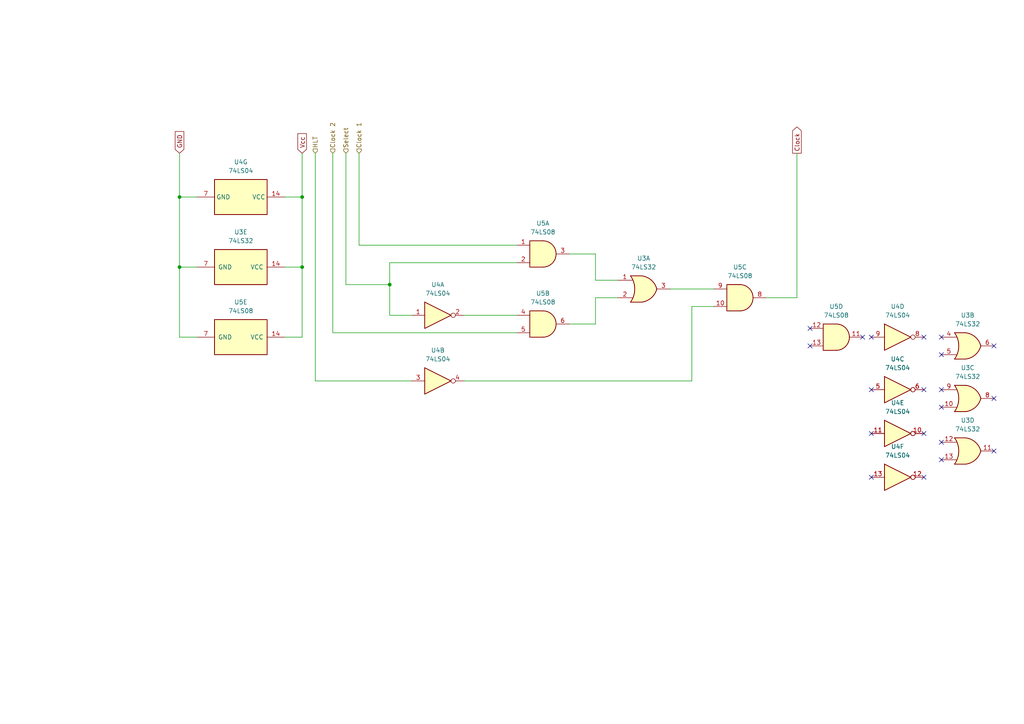
<source format=kicad_sch>
(kicad_sch (version 20230121) (generator eeschema)
  (paper "A4")
  (lib_symbols
    (symbol "74xx:74LS04"
      (property "Reference" "U" (at 0 1.27 0))
      (property "Value" "74LS04" (at 0 -1.27 0))
      (symbol "74LS04_1_0"
        (polyline (pts (xy -3.81 3.81) (xy -3.81 -3.81) (xy 3.81 0) (xy -3.81 3.81)) (stroke (width 0.254)) (fill (type background)))
        (pin input line (at -7.62 0 0) (length 3.81) (name "~") (number "1"))
        (pin output inverted (at 7.62 0 180) (length 3.81) (name "~") (number "2"))
      )
      (symbol "74LS04_2_0"
        (polyline (pts (xy -3.81 3.81) (xy -3.81 -3.81) (xy 3.81 0) (xy -3.81 3.81)) (stroke (width 0.254)) (fill (type background)))
        (pin input line (at -7.62 0 0) (length 3.81) (name "~") (number "3"))
        (pin output inverted (at 7.62 0 180) (length 3.81) (name "~") (number "4"))
      )
      (symbol "74LS04_3_0"
        (polyline (pts (xy -3.81 3.81) (xy -3.81 -3.81) (xy 3.81 0) (xy -3.81 3.81)) (stroke (width 0.254)) (fill (type background)))
        (pin input line (at -7.62 0 0) (length 3.81) (name "~") (number "5"))
        (pin output inverted (at 7.62 0 180) (length 3.81) (name "~") (number "6"))
      )
      (symbol "74LS04_4_0"
        (polyline (pts (xy -3.81 3.81) (xy -3.81 -3.81) (xy 3.81 0) (xy -3.81 3.81)) (stroke (width 0.254)) (fill (type background)))
        (pin output inverted (at 7.62 0 180) (length 3.81) (name "~") (number "8"))
        (pin input line (at -7.62 0 0) (length 3.81) (name "~") (number "9"))
      )
      (symbol "74LS04_5_0"
        (polyline (pts (xy -3.81 3.81) (xy -3.81 -3.81) (xy 3.81 0) (xy -3.81 3.81)) (stroke (width 0.254)) (fill (type background)))
        (pin output inverted (at 7.62 0 180) (length 3.81) (name "~") (number "10"))
        (pin input line (at -7.62 0 0) (length 3.81) (name "~") (number "11"))
      )
      (symbol "74LS04_6_0"
        (polyline (pts (xy -3.81 3.81) (xy -3.81 -3.81) (xy 3.81 0) (xy -3.81 3.81)) (stroke (width 0.254)) (fill (type background)))
        (pin output inverted (at 7.62 0 180) (length 3.81) (name "~") (number "12"))
        (pin input line (at -7.62 0 0) (length 3.81) (name "~") (number "13"))
      )
      (symbol "74LS04_7_0"
        (pin power_in line (at 0 12.7 270) (length 5.08) (name "VCC") (number "14"))
        (pin power_in line (at 0 -12.7 90) (length 5.08) (name "GND") (number "7"))
      )
      (symbol "74LS04_7_1"
        (rectangle (start -5.08 7.62) (end 5.08 -7.62) (stroke (width 0.254)) (fill (type background)))
      )
    )
    (symbol "74xx:74LS08" (pin_names (offset 1.016))
      (property "Reference" "U" (at 0 1.27 0))
      (property "Value" "74LS08" (at 0 -1.27 0))
      (symbol "74LS08_1_1"
        (arc (start 0 -3.81) (mid 3.7934 0) (end 0 3.81) (stroke (width 0.254)) (fill (type background)))
        (polyline (pts (xy 0 3.81) (xy -3.81 3.81) (xy -3.81 -3.81) (xy 0 -3.81)) (stroke (width 0.254)) (fill (type background)))
        (pin input line (at -7.62 2.54 0) (length 3.81) (name "~") (number "1"))
        (pin input line (at -7.62 -2.54 0) (length 3.81) (name "~") (number "2"))
        (pin output line (at 7.62 0 180) (length 3.81) (name "~") (number "3"))
      )
      (symbol "74LS08_1_2"
        (arc (start -3.81 -3.81) (mid -2.589 0) (end -3.81 3.81) (stroke (width 0.254)))
        (arc (start -0.6096 -3.81) (mid 2.1842 -2.5851) (end 3.81 0) (stroke (width 0.254)) (fill (type background)))
        (polyline (pts (xy -3.81 -3.81) (xy -0.635 -3.81)) (stroke (width 0.254)) (fill (type background)))
        (polyline (pts (xy -3.81 3.81) (xy -0.635 3.81)) (stroke (width 0.254)) (fill (type background)))
        (polyline (pts (xy -0.635 3.81) (xy -3.81 3.81) (xy -3.81 3.81) (xy -3.556 3.4036) (xy -3.0226 2.2606) (xy -2.6924 1.0414) (xy -2.6162 -0.254) (xy -2.7686 -1.4986) (xy -3.175 -2.7178) (xy -3.81 -3.81) (xy -3.81 -3.81) (xy -0.635 -3.81)) (stroke (width -25.4)) (fill (type background)))
        (arc (start 3.81 0) (mid 2.1915 2.5936) (end -0.6096 3.81) (stroke (width 0.254)) (fill (type background)))
        (pin input inverted (at -7.62 2.54 0) (length 4.318) (name "~") (number "1"))
        (pin input inverted (at -7.62 -2.54 0) (length 4.318) (name "~") (number "2"))
        (pin output inverted (at 7.62 0 180) (length 3.81) (name "~") (number "3"))
      )
      (symbol "74LS08_2_1"
        (arc (start 0 -3.81) (mid 3.7934 0) (end 0 3.81) (stroke (width 0.254)) (fill (type background)))
        (polyline (pts (xy 0 3.81) (xy -3.81 3.81) (xy -3.81 -3.81) (xy 0 -3.81)) (stroke (width 0.254)) (fill (type background)))
        (pin input line (at -7.62 2.54 0) (length 3.81) (name "~") (number "4"))
        (pin input line (at -7.62 -2.54 0) (length 3.81) (name "~") (number "5"))
        (pin output line (at 7.62 0 180) (length 3.81) (name "~") (number "6"))
      )
      (symbol "74LS08_2_2"
        (arc (start -3.81 -3.81) (mid -2.589 0) (end -3.81 3.81) (stroke (width 0.254)))
        (arc (start -0.6096 -3.81) (mid 2.1842 -2.5851) (end 3.81 0) (stroke (width 0.254)) (fill (type background)))
        (polyline (pts (xy -3.81 -3.81) (xy -0.635 -3.81)) (stroke (width 0.254)) (fill (type background)))
        (polyline (pts (xy -3.81 3.81) (xy -0.635 3.81)) (stroke (width 0.254)) (fill (type background)))
        (polyline (pts (xy -0.635 3.81) (xy -3.81 3.81) (xy -3.81 3.81) (xy -3.556 3.4036) (xy -3.0226 2.2606) (xy -2.6924 1.0414) (xy -2.6162 -0.254) (xy -2.7686 -1.4986) (xy -3.175 -2.7178) (xy -3.81 -3.81) (xy -3.81 -3.81) (xy -0.635 -3.81)) (stroke (width -25.4)) (fill (type background)))
        (arc (start 3.81 0) (mid 2.1915 2.5936) (end -0.6096 3.81) (stroke (width 0.254)) (fill (type background)))
        (pin input inverted (at -7.62 2.54 0) (length 4.318) (name "~") (number "4"))
        (pin input inverted (at -7.62 -2.54 0) (length 4.318) (name "~") (number "5"))
        (pin output inverted (at 7.62 0 180) (length 3.81) (name "~") (number "6"))
      )
      (symbol "74LS08_3_1"
        (arc (start 0 -3.81) (mid 3.7934 0) (end 0 3.81) (stroke (width 0.254)) (fill (type background)))
        (polyline (pts (xy 0 3.81) (xy -3.81 3.81) (xy -3.81 -3.81) (xy 0 -3.81)) (stroke (width 0.254)) (fill (type background)))
        (pin input line (at -7.62 -2.54 0) (length 3.81) (name "~") (number "10"))
        (pin output line (at 7.62 0 180) (length 3.81) (name "~") (number "8"))
        (pin input line (at -7.62 2.54 0) (length 3.81) (name "~") (number "9"))
      )
      (symbol "74LS08_3_2"
        (arc (start -3.81 -3.81) (mid -2.589 0) (end -3.81 3.81) (stroke (width 0.254)))
        (arc (start -0.6096 -3.81) (mid 2.1842 -2.5851) (end 3.81 0) (stroke (width 0.254)) (fill (type background)))
        (polyline (pts (xy -3.81 -3.81) (xy -0.635 -3.81)) (stroke (width 0.254)) (fill (type background)))
        (polyline (pts (xy -3.81 3.81) (xy -0.635 3.81)) (stroke (width 0.254)) (fill (type background)))
        (polyline (pts (xy -0.635 3.81) (xy -3.81 3.81) (xy -3.81 3.81) (xy -3.556 3.4036) (xy -3.0226 2.2606) (xy -2.6924 1.0414) (xy -2.6162 -0.254) (xy -2.7686 -1.4986) (xy -3.175 -2.7178) (xy -3.81 -3.81) (xy -3.81 -3.81) (xy -0.635 -3.81)) (stroke (width -25.4)) (fill (type background)))
        (arc (start 3.81 0) (mid 2.1915 2.5936) (end -0.6096 3.81) (stroke (width 0.254)) (fill (type background)))
        (pin input inverted (at -7.62 -2.54 0) (length 4.318) (name "~") (number "10"))
        (pin output inverted (at 7.62 0 180) (length 3.81) (name "~") (number "8"))
        (pin input inverted (at -7.62 2.54 0) (length 4.318) (name "~") (number "9"))
      )
      (symbol "74LS08_4_1"
        (arc (start 0 -3.81) (mid 3.7934 0) (end 0 3.81) (stroke (width 0.254)) (fill (type background)))
        (polyline (pts (xy 0 3.81) (xy -3.81 3.81) (xy -3.81 -3.81) (xy 0 -3.81)) (stroke (width 0.254)) (fill (type background)))
        (pin output line (at 7.62 0 180) (length 3.81) (name "~") (number "11"))
        (pin input line (at -7.62 2.54 0) (length 3.81) (name "~") (number "12"))
        (pin input line (at -7.62 -2.54 0) (length 3.81) (name "~") (number "13"))
      )
      (symbol "74LS08_4_2"
        (arc (start -3.81 -3.81) (mid -2.589 0) (end -3.81 3.81) (stroke (width 0.254)))
        (arc (start -0.6096 -3.81) (mid 2.1842 -2.5851) (end 3.81 0) (stroke (width 0.254)) (fill (type background)))
        (polyline (pts (xy -3.81 -3.81) (xy -0.635 -3.81)) (stroke (width 0.254)) (fill (type background)))
        (polyline (pts (xy -3.81 3.81) (xy -0.635 3.81)) (stroke (width 0.254)) (fill (type background)))
        (polyline (pts (xy -0.635 3.81) (xy -3.81 3.81) (xy -3.81 3.81) (xy -3.556 3.4036) (xy -3.0226 2.2606) (xy -2.6924 1.0414) (xy -2.6162 -0.254) (xy -2.7686 -1.4986) (xy -3.175 -2.7178) (xy -3.81 -3.81) (xy -3.81 -3.81) (xy -0.635 -3.81)) (stroke (width -25.4)) (fill (type background)))
        (arc (start 3.81 0) (mid 2.1915 2.5936) (end -0.6096 3.81) (stroke (width 0.254)) (fill (type background)))
        (pin output inverted (at 7.62 0 180) (length 3.81) (name "~") (number "11"))
        (pin input inverted (at -7.62 2.54 0) (length 4.318) (name "~") (number "12"))
        (pin input inverted (at -7.62 -2.54 0) (length 4.318) (name "~") (number "13"))
      )
      (symbol "74LS08_5_0"
        (pin power_in line (at 0 12.7 270) (length 5.08) (name "VCC") (number "14"))
        (pin power_in line (at 0 -12.7 90) (length 5.08) (name "GND") (number "7"))
      )
      (symbol "74LS08_5_1"
        (rectangle (start -5.08 7.62) (end 5.08 -7.62) (stroke (width 0.254)) (fill (type background)))
      )
    )
    (symbol "74xx:74LS32" (pin_names (offset 1.016))
      (property "Reference" "U" (at 0 1.27 0))
      (property "Value" "74LS32" (at 0 -1.27 0))
      (symbol "74LS32_1_1"
        (arc (start -3.81 -3.81) (mid -2.589 0) (end -3.81 3.81) (stroke (width 0.254)))
        (arc (start -0.6096 -3.81) (mid 2.1842 -2.5851) (end 3.81 0) (stroke (width 0.254)) (fill (type background)))
        (polyline (pts (xy -3.81 -3.81) (xy -0.635 -3.81)) (stroke (width 0.254)) (fill (type background)))
        (polyline (pts (xy -3.81 3.81) (xy -0.635 3.81)) (stroke (width 0.254)) (fill (type background)))
        (polyline (pts (xy -0.635 3.81) (xy -3.81 3.81) (xy -3.81 3.81) (xy -3.556 3.4036) (xy -3.0226 2.2606) (xy -2.6924 1.0414) (xy -2.6162 -0.254) (xy -2.7686 -1.4986) (xy -3.175 -2.7178) (xy -3.81 -3.81) (xy -3.81 -3.81) (xy -0.635 -3.81)) (stroke (width -25.4)) (fill (type background)))
        (arc (start 3.81 0) (mid 2.1915 2.5936) (end -0.6096 3.81) (stroke (width 0.254)) (fill (type background)))
        (pin input line (at -7.62 2.54 0) (length 4.318) (name "~") (number "1"))
        (pin input line (at -7.62 -2.54 0) (length 4.318) (name "~") (number "2"))
        (pin output line (at 7.62 0 180) (length 3.81) (name "~") (number "3"))
      )
      (symbol "74LS32_1_2"
        (arc (start 0 -3.81) (mid 3.7934 0) (end 0 3.81) (stroke (width 0.254)) (fill (type background)))
        (polyline (pts (xy 0 3.81) (xy -3.81 3.81) (xy -3.81 -3.81) (xy 0 -3.81)) (stroke (width 0.254)) (fill (type background)))
        (pin input inverted (at -7.62 2.54 0) (length 3.81) (name "~") (number "1"))
        (pin input inverted (at -7.62 -2.54 0) (length 3.81) (name "~") (number "2"))
        (pin output inverted (at 7.62 0 180) (length 3.81) (name "~") (number "3"))
      )
      (symbol "74LS32_2_1"
        (arc (start -3.81 -3.81) (mid -2.589 0) (end -3.81 3.81) (stroke (width 0.254)))
        (arc (start -0.6096 -3.81) (mid 2.1842 -2.5851) (end 3.81 0) (stroke (width 0.254)) (fill (type background)))
        (polyline (pts (xy -3.81 -3.81) (xy -0.635 -3.81)) (stroke (width 0.254)) (fill (type background)))
        (polyline (pts (xy -3.81 3.81) (xy -0.635 3.81)) (stroke (width 0.254)) (fill (type background)))
        (polyline (pts (xy -0.635 3.81) (xy -3.81 3.81) (xy -3.81 3.81) (xy -3.556 3.4036) (xy -3.0226 2.2606) (xy -2.6924 1.0414) (xy -2.6162 -0.254) (xy -2.7686 -1.4986) (xy -3.175 -2.7178) (xy -3.81 -3.81) (xy -3.81 -3.81) (xy -0.635 -3.81)) (stroke (width -25.4)) (fill (type background)))
        (arc (start 3.81 0) (mid 2.1915 2.5936) (end -0.6096 3.81) (stroke (width 0.254)) (fill (type background)))
        (pin input line (at -7.62 2.54 0) (length 4.318) (name "~") (number "4"))
        (pin input line (at -7.62 -2.54 0) (length 4.318) (name "~") (number "5"))
        (pin output line (at 7.62 0 180) (length 3.81) (name "~") (number "6"))
      )
      (symbol "74LS32_2_2"
        (arc (start 0 -3.81) (mid 3.7934 0) (end 0 3.81) (stroke (width 0.254)) (fill (type background)))
        (polyline (pts (xy 0 3.81) (xy -3.81 3.81) (xy -3.81 -3.81) (xy 0 -3.81)) (stroke (width 0.254)) (fill (type background)))
        (pin input inverted (at -7.62 2.54 0) (length 3.81) (name "~") (number "4"))
        (pin input inverted (at -7.62 -2.54 0) (length 3.81) (name "~") (number "5"))
        (pin output inverted (at 7.62 0 180) (length 3.81) (name "~") (number "6"))
      )
      (symbol "74LS32_3_1"
        (arc (start -3.81 -3.81) (mid -2.589 0) (end -3.81 3.81) (stroke (width 0.254)))
        (arc (start -0.6096 -3.81) (mid 2.1842 -2.5851) (end 3.81 0) (stroke (width 0.254)) (fill (type background)))
        (polyline (pts (xy -3.81 -3.81) (xy -0.635 -3.81)) (stroke (width 0.254)) (fill (type background)))
        (polyline (pts (xy -3.81 3.81) (xy -0.635 3.81)) (stroke (width 0.254)) (fill (type background)))
        (polyline (pts (xy -0.635 3.81) (xy -3.81 3.81) (xy -3.81 3.81) (xy -3.556 3.4036) (xy -3.0226 2.2606) (xy -2.6924 1.0414) (xy -2.6162 -0.254) (xy -2.7686 -1.4986) (xy -3.175 -2.7178) (xy -3.81 -3.81) (xy -3.81 -3.81) (xy -0.635 -3.81)) (stroke (width -25.4)) (fill (type background)))
        (arc (start 3.81 0) (mid 2.1915 2.5936) (end -0.6096 3.81) (stroke (width 0.254)) (fill (type background)))
        (pin input line (at -7.62 -2.54 0) (length 4.318) (name "~") (number "10"))
        (pin output line (at 7.62 0 180) (length 3.81) (name "~") (number "8"))
        (pin input line (at -7.62 2.54 0) (length 4.318) (name "~") (number "9"))
      )
      (symbol "74LS32_3_2"
        (arc (start 0 -3.81) (mid 3.7934 0) (end 0 3.81) (stroke (width 0.254)) (fill (type background)))
        (polyline (pts (xy 0 3.81) (xy -3.81 3.81) (xy -3.81 -3.81) (xy 0 -3.81)) (stroke (width 0.254)) (fill (type background)))
        (pin input inverted (at -7.62 -2.54 0) (length 3.81) (name "~") (number "10"))
        (pin output inverted (at 7.62 0 180) (length 3.81) (name "~") (number "8"))
        (pin input inverted (at -7.62 2.54 0) (length 3.81) (name "~") (number "9"))
      )
      (symbol "74LS32_4_1"
        (arc (start -3.81 -3.81) (mid -2.589 0) (end -3.81 3.81) (stroke (width 0.254)))
        (arc (start -0.6096 -3.81) (mid 2.1842 -2.5851) (end 3.81 0) (stroke (width 0.254)) (fill (type background)))
        (polyline (pts (xy -3.81 -3.81) (xy -0.635 -3.81)) (stroke (width 0.254)) (fill (type background)))
        (polyline (pts (xy -3.81 3.81) (xy -0.635 3.81)) (stroke (width 0.254)) (fill (type background)))
        (polyline (pts (xy -0.635 3.81) (xy -3.81 3.81) (xy -3.81 3.81) (xy -3.556 3.4036) (xy -3.0226 2.2606) (xy -2.6924 1.0414) (xy -2.6162 -0.254) (xy -2.7686 -1.4986) (xy -3.175 -2.7178) (xy -3.81 -3.81) (xy -3.81 -3.81) (xy -0.635 -3.81)) (stroke (width -25.4)) (fill (type background)))
        (arc (start 3.81 0) (mid 2.1915 2.5936) (end -0.6096 3.81) (stroke (width 0.254)) (fill (type background)))
        (pin output line (at 7.62 0 180) (length 3.81) (name "~") (number "11"))
        (pin input line (at -7.62 2.54 0) (length 4.318) (name "~") (number "12"))
        (pin input line (at -7.62 -2.54 0) (length 4.318) (name "~") (number "13"))
      )
      (symbol "74LS32_4_2"
        (arc (start 0 -3.81) (mid 3.7934 0) (end 0 3.81) (stroke (width 0.254)) (fill (type background)))
        (polyline (pts (xy 0 3.81) (xy -3.81 3.81) (xy -3.81 -3.81) (xy 0 -3.81)) (stroke (width 0.254)) (fill (type background)))
        (pin output inverted (at 7.62 0 180) (length 3.81) (name "~") (number "11"))
        (pin input inverted (at -7.62 2.54 0) (length 3.81) (name "~") (number "12"))
        (pin input inverted (at -7.62 -2.54 0) (length 3.81) (name "~") (number "13"))
      )
      (symbol "74LS32_5_0"
        (pin power_in line (at 0 12.7 270) (length 5.08) (name "VCC") (number "14"))
        (pin power_in line (at 0 -12.7 90) (length 5.08) (name "GND") (number "7"))
      )
      (symbol "74LS32_5_1"
        (rectangle (start -5.08 7.62) (end 5.08 -7.62) (stroke (width 0.254)) (fill (type background)))
      )
    )
  )
  (junction (at 87.63 57.15))
  (junction (at 87.63 77.47))
  (junction (at 52.07 77.47))
  (junction (at 113.03 82.55))
  (junction (at 52.07 57.15))
  (no_connect (at 267.97 97.79))
  (no_connect (at 252.73 125.73))
  (no_connect (at 273.05 102.87))
  (no_connect (at 234.95 95.25))
  (no_connect (at 273.05 113.03))
  (no_connect (at 252.73 138.43))
  (no_connect (at 288.29 115.57))
  (no_connect (at 250.19 97.79))
  (no_connect (at 252.73 97.79))
  (no_connect (at 273.05 133.35))
  (no_connect (at 273.05 118.11))
  (no_connect (at 273.05 128.27))
  (no_connect (at 267.97 138.43))
  (no_connect (at 273.05 97.79))
  (no_connect (at 234.95 100.33))
  (no_connect (at 288.29 100.33))
  (no_connect (at 267.97 113.03))
  (no_connect (at 288.29 130.81))
  (no_connect (at 252.73 113.03))
  (no_connect (at 267.97 125.73))
  (wire (pts (xy 172.72 86.36) (xy 179.07 86.36)))
  (wire (pts (xy 172.72 81.28) (xy 179.07 81.28)))
  (wire (pts (xy 82.55 77.47) (xy 87.63 77.47)))
  (wire (pts (xy 104.14 44.45) (xy 104.14 71.12)))
  (wire (pts (xy 134.62 110.49) (xy 200.66 110.49)))
  (wire (pts (xy 87.63 77.47) (xy 87.63 97.79)))
  (wire (pts (xy 82.55 97.79) (xy 87.63 97.79)))
  (wire (pts (xy 194.31 83.82) (xy 207.01 83.82)))
  (wire (pts (xy 165.1 73.66) (xy 172.72 73.66)))
  (wire (pts (xy 172.72 73.66) (xy 172.72 81.28)))
  (wire (pts (xy 96.52 44.45) (xy 96.52 96.52)))
  (wire (pts (xy 231.14 86.36) (xy 231.14 44.45)))
  (wire (pts (xy 200.66 88.9) (xy 207.01 88.9)))
  (wire (pts (xy 113.03 82.55) (xy 113.03 91.44)))
  (wire (pts (xy 165.1 93.98) (xy 172.72 93.98)))
  (wire (pts (xy 222.25 86.36) (xy 231.14 86.36)))
  (wire (pts (xy 113.03 76.2) (xy 113.03 82.55)))
  (wire (pts (xy 52.07 44.45) (xy 52.07 57.15)))
  (wire (pts (xy 82.55 57.15) (xy 87.63 57.15)))
  (wire (pts (xy 87.63 44.45) (xy 87.63 57.15)))
  (wire (pts (xy 100.33 44.45) (xy 100.33 82.55)))
  (wire (pts (xy 149.86 76.2) (xy 113.03 76.2)))
  (wire (pts (xy 100.33 82.55) (xy 113.03 82.55)))
  (wire (pts (xy 96.52 96.52) (xy 149.86 96.52)))
  (wire (pts (xy 52.07 57.15) (xy 57.15 57.15)))
  (wire (pts (xy 52.07 57.15) (xy 52.07 77.47)))
  (wire (pts (xy 52.07 77.47) (xy 57.15 77.47)))
  (wire (pts (xy 113.03 91.44) (xy 119.38 91.44)))
  (wire (pts (xy 172.72 93.98) (xy 172.72 86.36)))
  (wire (pts (xy 134.62 91.44) (xy 149.86 91.44)))
  (wire (pts (xy 91.44 44.45) (xy 91.44 110.49)))
  (wire (pts (xy 91.44 110.49) (xy 119.38 110.49)))
  (wire (pts (xy 52.07 97.79) (xy 57.15 97.79)))
  (wire (pts (xy 87.63 57.15) (xy 87.63 77.47)))
  (wire (pts (xy 200.66 110.49) (xy 200.66 88.9)))
  (wire (pts (xy 104.14 71.12) (xy 149.86 71.12)))
  (wire (pts (xy 52.07 77.47) (xy 52.07 97.79)))
  (global_label "GND" (shape input) (at 52.07 44.45 90) (property "Intersheetrefs" "${INTERSHEET_REFS}" (effects hide)))
  (global_label "Clock" (shape output) (at 231.14 44.45 90) (property "Intersheetrefs" "${INTERSHEET_REFS}" (effects hide)))
  (global_label "Vcc" (shape input) (at 87.63 44.45 90) (property "Intersheetrefs" "${INTERSHEET_REFS}" (effects hide)))
  (hierarchical_label "Clock 2" (shape input) (at 96.52 44.45 90))
  (hierarchical_label "Select" (shape input) (at 100.33 44.45 90))
  (hierarchical_label "Clock 1" (shape input) (at 104.14 44.45 90))
  (hierarchical_label "HLT" (shape input) (at 91.44 44.45 90))
  (symbol (lib_id "74xx:74LS04") (at 260.35 138.43 0) (unit 6)
    (property "Reference" "U4" (at 260.35 129.54 0))
    (property "Value" "74LS04" (at 260.35 132.08 0))
    (property "Footprint" "DIP Socket:DIP-14_W7.62mm_LongPads" (effects hide))
    (property "Datasheet" "http://www.ti.com/lit/gpn/sn74LS04" (effects hide))
    (property "LCSC" "C513511" (effects hide))
  )
  (symbol (lib_id "74xx:74LS32") (at 280.67 130.81 0) (unit 4)
    (property "Reference" "U3" (at 280.67 121.92 0))
    (property "Value" "74LS32" (at 280.67 124.46 0))
    (property "Footprint" "DIP Socket:DIP-14_W7.62mm_LongPads" (effects hide))
    (property "Datasheet" "http://www.ti.com/lit/gpn/sn74LS32" (effects hide))
    (property "LCSC" "C521171" (effects hide))
    (instances (project "clock" (path "" (reference "U3") (unit 4))) (project "cumputer" (path "" (reference "U5") (unit 1))))
  )
  (symbol (lib_id "74xx:74LS08") (at 69.85 97.79 270) (unit 5)
    (property "Reference" "U5" (at 69.85 87.63 90))
    (property "Value" "74LS08" (at 69.85 90.17 90))
    (property "Footprint" "DIP Socket:DIP-14_W7.62mm_LongPads" (effects hide))
    (property "Datasheet" "http://www.ti.com/lit/gpn/sn74LS08" (effects hide))
    (property "LCSC" "C521140" (effects hide))
    (instances (project "clock" (path "" (reference "U5") (unit 5))) (project "cumputer" (path "" (reference "U6") (unit 5))))
  )
  (symbol (lib_id "74xx:74LS08") (at 214.63 86.36 0) (unit 3)
    (property "Reference" "U5" (at 214.6217 77.47 0))
    (property "Value" "74LS08" (at 214.6217 80.01 0))
    (property "Footprint" "DIP Socket:DIP-14_W7.62mm_LongPads" (effects hide))
    (property "Datasheet" "http://www.ti.com/lit/gpn/sn74LS08" (effects hide))
    (property "LCSC" "C521140" (effects hide))
    (instances (project "clock" (path "" (reference "U5") (unit 3))) (project "cumputer" (path "" (reference "U6") (unit 3))))
  )
  (symbol (lib_id "74xx:74LS04") (at 127 110.49 0) (unit 2)
    (property "Reference" "U4" (at 127 101.6 0))
    (property "Value" "74LS04" (at 127 104.14 0))
    (property "Footprint" "DIP Socket:DIP-14_W7.62mm_LongPads" (effects hide))
    (property "Datasheet" "http://www.ti.com/lit/gpn/sn74LS04" (effects hide))
    (property "LCSC" "C513511" (effects hide))
  )
  (symbol (lib_id "74xx:74LS08") (at 157.48 73.66 0) (unit 1)
    (property "Reference" "U5" (at 157.4717 64.77 0))
    (property "Value" "74LS08" (at 157.4717 67.31 0))
    (property "Footprint" "DIP Socket:DIP-14_W7.62mm_LongPads" (effects hide))
    (property "Datasheet" "http://www.ti.com/lit/gpn/sn74LS08" (effects hide))
    (property "LCSC" "C521140" (effects hide))
    (instances (project "clock" (path "" (reference "U5") (unit 1))) (project "cumputer" (path "" (reference "U6") (unit 1))))
  )
  (symbol (lib_id "74xx:74LS04") (at 260.35 97.79 0) (unit 4)
    (property "Reference" "U4" (at 260.35 88.9 0))
    (property "Value" "74LS04" (at 260.35 91.44 0))
    (property "Footprint" "DIP Socket:DIP-14_W7.62mm_LongPads" (effects hide))
    (property "Datasheet" "http://www.ti.com/lit/gpn/sn74LS04" (effects hide))
    (property "LCSC" "C513511" (effects hide))
  )
  (symbol (lib_id "74xx:74LS08") (at 242.57 97.79 0) (unit 4)
    (property "Reference" "U5" (at 242.5617 88.9 0))
    (property "Value" "74LS08" (at 242.5617 91.44 0))
    (property "Footprint" "DIP Socket:DIP-14_W7.62mm_LongPads" (effects hide))
    (property "Datasheet" "http://www.ti.com/lit/gpn/sn74LS08" (effects hide))
    (property "LCSC" "C521140" (effects hide))
    (instances (project "clock" (path "" (reference "U5") (unit 4))) (project "cumputer" (path "" (reference "U6") (unit 3))))
  )
  (symbol (lib_id "74xx:74LS04") (at 260.35 125.73 0) (unit 5)
    (property "Reference" "U4" (at 260.35 116.84 0))
    (property "Value" "74LS04" (at 260.35 119.38 0))
    (property "Footprint" "DIP Socket:DIP-14_W7.62mm_LongPads" (effects hide))
    (property "Datasheet" "http://www.ti.com/lit/gpn/sn74LS04" (effects hide))
    (property "LCSC" "C513511" (effects hide))
  )
  (symbol (lib_id "74xx:74LS08") (at 157.48 93.98 0) (unit 2)
    (property "Reference" "U5" (at 157.4717 85.09 0))
    (property "Value" "74LS08" (at 157.4717 87.63 0))
    (property "Footprint" "DIP Socket:DIP-14_W7.62mm_LongPads" (effects hide))
    (property "Datasheet" "http://www.ti.com/lit/gpn/sn74LS08" (effects hide))
    (property "LCSC" "C521140" (effects hide))
    (instances (project "clock" (path "" (reference "U5") (unit 2))) (project "cumputer" (path "" (reference "U6") (unit 2))))
  )
  (symbol (lib_id "74xx:74LS04") (at 69.85 57.15 270) (unit 7)
    (property "Reference" "U4" (at 69.85 46.99 90))
    (property "Value" "74LS04" (at 69.85 49.53 90))
    (property "Footprint" "DIP Socket:DIP-14_W7.62mm_LongPads" (effects hide))
    (property "Datasheet" "http://www.ti.com/lit/gpn/sn74LS04" (effects hide))
    (property "LCSC" "C513511" (effects hide))
  )
  (symbol (lib_id "74xx:74LS32") (at 280.67 100.33 0) (unit 2)
    (property "Reference" "U3" (at 280.67 91.44 0))
    (property "Value" "74LS32" (at 280.67 93.98 0))
    (property "Footprint" "DIP Socket:DIP-14_W7.62mm_LongPads" (effects hide))
    (property "Datasheet" "http://www.ti.com/lit/gpn/sn74LS32" (effects hide))
    (property "LCSC" "C521171" (effects hide))
    (instances (project "clock" (path "" (reference "U3") (unit 2))) (project "cumputer" (path "" (reference "U5") (unit 1))))
  )
  (symbol (lib_id "74xx:74LS32") (at 186.69 83.82 0) (unit 1)
    (property "Reference" "U3" (at 186.69 74.93 0))
    (property "Value" "74LS32" (at 186.69 77.47 0))
    (property "Footprint" "DIP Socket:DIP-14_W7.62mm_LongPads" (effects hide))
    (property "Datasheet" "http://www.ti.com/lit/gpn/sn74LS32" (effects hide))
    (property "LCSC" "C521171" (effects hide))
    (instances (project "clock" (path "" (reference "U3") (unit 1))) (project "cumputer" (path "" (reference "U5") (unit 1))))
  )
  (symbol (lib_id "74xx:74LS04") (at 260.35 113.03 0) (unit 3)
    (property "Reference" "U4" (at 260.35 104.14 0))
    (property "Value" "74LS04" (at 260.35 106.68 0))
    (property "Footprint" "DIP Socket:DIP-14_W7.62mm_LongPads" (effects hide))
    (property "Datasheet" "http://www.ti.com/lit/gpn/sn74LS04" (effects hide))
    (property "LCSC" "C513511" (effects hide))
  )
  (symbol (lib_id "74xx:74LS32") (at 280.67 115.57 0) (unit 3)
    (property "Reference" "U3" (at 280.67 106.68 0))
    (property "Value" "74LS32" (at 280.67 109.22 0))
    (property "Footprint" "DIP Socket:DIP-14_W7.62mm_LongPads" (effects hide))
    (property "Datasheet" "http://www.ti.com/lit/gpn/sn74LS32" (effects hide))
    (property "LCSC" "C521171" (effects hide))
    (instances (project "clock" (path "" (reference "U3") (unit 3))) (project "cumputer" (path "" (reference "U5") (unit 1))))
  )
  (symbol (lib_id "74xx:74LS04") (at 127 91.44 0) (unit 1)
    (property "Reference" "U4" (at 127 82.55 0))
    (property "Value" "74LS04" (at 127 85.09 0))
    (property "Footprint" "DIP Socket:DIP-14_W7.62mm_LongPads" (effects hide))
    (property "Datasheet" "http://www.ti.com/lit/gpn/sn74LS04" (effects hide))
    (property "LCSC" "C513511" (effects hide))
  )
  (symbol (lib_id "74xx:74LS32") (at 69.85 77.47 270) (unit 5)
    (property "Reference" "U3" (at 69.85 67.31 90))
    (property "Value" "74LS32" (at 69.85 69.85 90))
    (property "Footprint" "DIP Socket:DIP-14_W7.62mm_LongPads" (effects hide))
    (property "Datasheet" "http://www.ti.com/lit/gpn/sn74LS32" (effects hide))
    (property "LCSC" "C521171" (effects hide))
    (instances (project "clock" (path "" (reference "U3") (unit 5))) (project "cumputer" (path "" (reference "U5") (unit 5))))
  )
)
</source>
